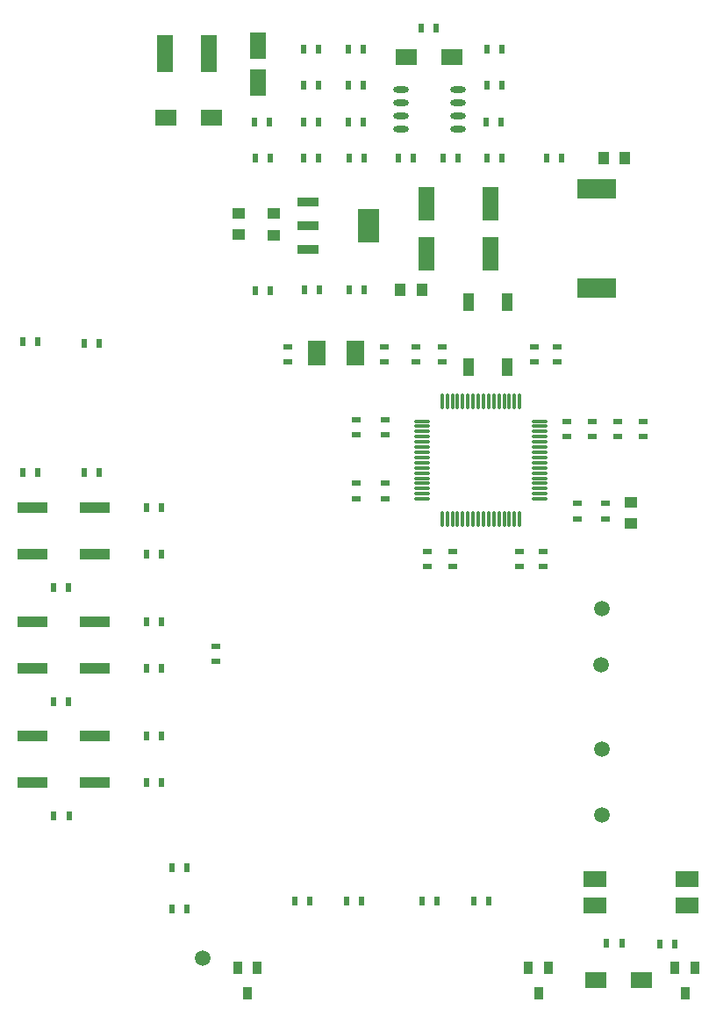
<source format=gbr>
%TF.GenerationSoftware,Altium Limited,Altium Designer,24.9.1 (31)*%
G04 Layer_Color=8421504*
%FSLAX45Y45*%
%MOMM*%
%TF.SameCoordinates,54C84388-69FA-44E8-9161-08C7B8D1B229*%
%TF.FilePolarity,Positive*%
%TF.FileFunction,Paste,Top*%
%TF.Part,Single*%
G01*
G75*
%TA.AperFunction,SMDPad,CuDef*%
%ADD10R,0.55000X0.90000*%
%ADD11R,0.85000X1.20000*%
%ADD12R,2.10000X1.55000*%
%ADD13R,0.90000X0.55000*%
%ADD14R,1.20000X1.10000*%
%ADD15R,3.80000X1.90000*%
%ADD16R,3.00000X1.00000*%
G04:AMPARAMS|DCode=17|XSize=1.49mm|YSize=0.28mm|CornerRadius=0.07mm|HoleSize=0mm|Usage=FLASHONLY|Rotation=0.000|XOffset=0mm|YOffset=0mm|HoleType=Round|Shape=RoundedRectangle|*
%AMROUNDEDRECTD17*
21,1,1.49000,0.14000,0,0,0.0*
21,1,1.35000,0.28000,0,0,0.0*
1,1,0.14000,0.67500,-0.07000*
1,1,0.14000,-0.67500,-0.07000*
1,1,0.14000,-0.67500,0.07000*
1,1,0.14000,0.67500,0.07000*
%
%ADD17ROUNDEDRECTD17*%
G04:AMPARAMS|DCode=18|XSize=1.49mm|YSize=0.28mm|CornerRadius=0.07mm|HoleSize=0mm|Usage=FLASHONLY|Rotation=90.000|XOffset=0mm|YOffset=0mm|HoleType=Round|Shape=RoundedRectangle|*
%AMROUNDEDRECTD18*
21,1,1.49000,0.14000,0,0,90.0*
21,1,1.35000,0.28000,0,0,90.0*
1,1,0.14000,0.07000,0.67500*
1,1,0.14000,0.07000,-0.67500*
1,1,0.14000,-0.07000,-0.67500*
1,1,0.14000,-0.07000,0.67500*
%
%ADD18ROUNDEDRECTD18*%
%ADD19C,1.50000*%
%ADD20R,1.00000X1.70000*%
%ADD21R,1.70000X2.40000*%
%ADD22R,1.60000X3.20000*%
%ADD23R,2.15000X3.25000*%
%ADD24R,2.15000X0.90000*%
%ADD25R,2.20000X1.60000*%
%ADD26O,1.50000X0.60000*%
%ADD27R,1.52400X3.55600*%
%ADD28R,1.10000X1.20000*%
%ADD29R,1.60000X2.60000*%
D10*
X1743820Y1630680D02*
D03*
X1598820D02*
D03*
Y1234440D02*
D03*
X1743820D02*
D03*
X6453824Y897740D02*
D03*
X6308824D02*
D03*
X5797440Y899160D02*
D03*
X5942440D02*
D03*
X4517170Y1305080D02*
D03*
X4662170D02*
D03*
X4162170D02*
D03*
X4017170D02*
D03*
X462820Y2129640D02*
D03*
X607820D02*
D03*
X462280Y3230880D02*
D03*
X607280D02*
D03*
X462280Y4330700D02*
D03*
X607280D02*
D03*
X1501900Y3550776D02*
D03*
X1356900D02*
D03*
X755540Y5443220D02*
D03*
X900540D02*
D03*
X161180D02*
D03*
X306180D02*
D03*
X900810Y6685280D02*
D03*
X755810D02*
D03*
X162340Y6697980D02*
D03*
X307340D02*
D03*
X2549540Y7195820D02*
D03*
X2404540D02*
D03*
X2876860Y7197240D02*
D03*
X3021860D02*
D03*
X3458320D02*
D03*
X3313320D02*
D03*
X2404000Y8470900D02*
D03*
X2549000D02*
D03*
X2873900Y9173260D02*
D03*
X3018900D02*
D03*
X2873900Y9525000D02*
D03*
X3018900D02*
D03*
X2935080Y1305080D02*
D03*
X2790080D02*
D03*
X3290190Y1306500D02*
D03*
X3435190D02*
D03*
X1356360Y2903363D02*
D03*
X1501360D02*
D03*
X1501900Y4649609D02*
D03*
X1356900D02*
D03*
X4152900Y9720580D02*
D03*
X4007900D02*
D03*
X4644280Y9525000D02*
D03*
X4789280D02*
D03*
X4789820Y9172213D02*
D03*
X4644820D02*
D03*
X4644280Y8470900D02*
D03*
X4789280D02*
D03*
X4636660Y8821420D02*
D03*
X4781660D02*
D03*
X5359620Y8469480D02*
D03*
X5214620D02*
D03*
X3313320Y8470900D02*
D03*
X3458320D02*
D03*
X4360290Y8469480D02*
D03*
X4215290D02*
D03*
X3930760D02*
D03*
X3785760D02*
D03*
X3019440D02*
D03*
X2874440D02*
D03*
X3451240Y8820846D02*
D03*
X3306240D02*
D03*
X2873900Y8822267D02*
D03*
X3018900D02*
D03*
X1356900Y2452653D02*
D03*
X1501900D02*
D03*
X1501360Y5101028D02*
D03*
X1356360D02*
D03*
X1501360Y4002196D02*
D03*
X1356360D02*
D03*
X3306240Y9172213D02*
D03*
X3451240D02*
D03*
X2401460Y8821420D02*
D03*
X2546460D02*
D03*
X3450700Y9525000D02*
D03*
X3305700D02*
D03*
D11*
X6646291Y668561D02*
D03*
X6457310Y668020D02*
D03*
X6551290Y418559D02*
D03*
X2426721Y668561D02*
D03*
X2237740Y668020D02*
D03*
X2331720Y418559D02*
D03*
X5137885D02*
D03*
X5043905Y668020D02*
D03*
X5232886Y668561D02*
D03*
D12*
X5690950Y543560D02*
D03*
X6130950D02*
D03*
X1541170Y8864600D02*
D03*
X1981170D02*
D03*
X3860220Y9448800D02*
D03*
X4300220D02*
D03*
D13*
X2021840Y3766820D02*
D03*
Y3621820D02*
D03*
X5181600Y4532520D02*
D03*
Y4677520D02*
D03*
X4957740D02*
D03*
Y4532520D02*
D03*
X4307740Y4678680D02*
D03*
Y4533680D02*
D03*
X4066540Y4678680D02*
D03*
Y4533680D02*
D03*
X6146800Y5788113D02*
D03*
Y5933113D02*
D03*
X5901663Y5933653D02*
D03*
Y5788653D02*
D03*
X5655105Y5933653D02*
D03*
Y5788653D02*
D03*
X5408548Y5933653D02*
D03*
Y5788653D02*
D03*
X3662680Y5951440D02*
D03*
Y5806440D02*
D03*
X3660140Y5335180D02*
D03*
Y5190180D02*
D03*
X3380740Y5335180D02*
D03*
Y5190180D02*
D03*
X5316220Y6652800D02*
D03*
Y6507800D02*
D03*
X3380740Y5947520D02*
D03*
Y5802520D02*
D03*
X5095240Y6652800D02*
D03*
Y6507800D02*
D03*
X4207030Y6507260D02*
D03*
Y6652260D02*
D03*
X3954780Y6507260D02*
D03*
Y6652260D02*
D03*
X3655060Y6507260D02*
D03*
Y6652260D02*
D03*
X2722880Y6652800D02*
D03*
Y6507800D02*
D03*
X5781040Y4995221D02*
D03*
Y5140221D02*
D03*
X5516880Y4995221D02*
D03*
Y5140221D02*
D03*
D14*
X6027160Y5155940D02*
D03*
Y4945940D02*
D03*
X2580640Y7935820D02*
D03*
Y7725820D02*
D03*
X2245360Y7730900D02*
D03*
Y7940900D02*
D03*
D15*
X5700000Y7216140D02*
D03*
Y8176140D02*
D03*
D16*
X857621Y2902653D02*
D03*
Y2452653D02*
D03*
X257621Y2902653D02*
D03*
Y2452653D02*
D03*
X857621Y4001486D02*
D03*
Y3551486D02*
D03*
X257621Y4001486D02*
D03*
Y3551486D02*
D03*
X857621Y5100319D02*
D03*
Y4650319D02*
D03*
X257621Y5100319D02*
D03*
Y4650319D02*
D03*
D17*
X4015740Y5935180D02*
D03*
Y5885180D02*
D03*
Y5835180D02*
D03*
Y5785180D02*
D03*
Y5735180D02*
D03*
Y5685180D02*
D03*
Y5635180D02*
D03*
Y5585180D02*
D03*
Y5535180D02*
D03*
Y5485180D02*
D03*
Y5435180D02*
D03*
Y5385180D02*
D03*
Y5335180D02*
D03*
Y5285180D02*
D03*
Y5235180D02*
D03*
Y5185180D02*
D03*
X5149740D02*
D03*
Y5235180D02*
D03*
Y5285180D02*
D03*
Y5335180D02*
D03*
Y5385180D02*
D03*
Y5435180D02*
D03*
Y5485180D02*
D03*
Y5535180D02*
D03*
Y5585180D02*
D03*
Y5635180D02*
D03*
Y5685180D02*
D03*
Y5735180D02*
D03*
Y5785180D02*
D03*
Y5835180D02*
D03*
Y5885180D02*
D03*
Y5935180D02*
D03*
D18*
X4207740Y4993180D02*
D03*
X4257740D02*
D03*
X4307740D02*
D03*
X4357740D02*
D03*
X4407740D02*
D03*
X4457740D02*
D03*
X4507740D02*
D03*
X4557740D02*
D03*
X4607740D02*
D03*
X4657740D02*
D03*
X4707740D02*
D03*
X4757740D02*
D03*
X4807740D02*
D03*
X4857740D02*
D03*
X4907740D02*
D03*
X4957740D02*
D03*
Y6127180D02*
D03*
X4907740D02*
D03*
X4857740D02*
D03*
X4807740D02*
D03*
X4757740D02*
D03*
X4707740D02*
D03*
X4657740D02*
D03*
X4607740D02*
D03*
X4557740D02*
D03*
X4507740D02*
D03*
X4457740D02*
D03*
X4407740D02*
D03*
X4357740D02*
D03*
X4307740D02*
D03*
X4257740D02*
D03*
X4207740D02*
D03*
D19*
X5748020Y2138680D02*
D03*
Y4127500D02*
D03*
X5745480Y3586480D02*
D03*
X1902460Y762000D02*
D03*
X5748020Y2776220D02*
D03*
D20*
X4460000Y7085000D02*
D03*
Y6455000D02*
D03*
X4840000D02*
D03*
Y7085000D02*
D03*
D21*
X3370160Y6593840D02*
D03*
X3000160D02*
D03*
D22*
X4678680Y7547640D02*
D03*
Y8027640D02*
D03*
X4061460D02*
D03*
Y7547640D02*
D03*
D23*
X3498480Y7818120D02*
D03*
D24*
X2912480Y7589120D02*
D03*
Y7818120D02*
D03*
Y8047120D02*
D03*
D25*
X5685790Y1516380D02*
D03*
Y1262380D02*
D03*
X6572250D02*
D03*
Y1516380D02*
D03*
D26*
X4364400Y8750300D02*
D03*
Y8877300D02*
D03*
Y9004300D02*
D03*
Y9131300D02*
D03*
X3814400Y8750300D02*
D03*
Y8877300D02*
D03*
Y9004300D02*
D03*
Y9131300D02*
D03*
D27*
X1955800Y9481820D02*
D03*
X1535660D02*
D03*
D28*
X5764940Y8473440D02*
D03*
X5974940D02*
D03*
X3806600Y7203440D02*
D03*
X4016600D02*
D03*
D29*
X2428240Y9197680D02*
D03*
Y9557680D02*
D03*
%TF.MD5,3a74f1d6362d70714dee6cd7587408cc*%
M02*

</source>
